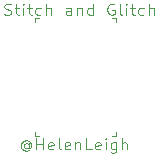
<source format=gbr>
G04 #@! TF.GenerationSoftware,KiCad,Pcbnew,(5.99.0-1023-gd6706c257)*
G04 #@! TF.CreationDate,2020-03-09T12:26:01+01:00*
G04 #@! TF.ProjectId,flex-dip-v2,666c6578-2d64-4697-902d-76322e6b6963,rev?*
G04 #@! TF.SameCoordinates,Original*
G04 #@! TF.FileFunction,Legend,Top*
G04 #@! TF.FilePolarity,Positive*
%FSLAX46Y46*%
G04 Gerber Fmt 4.6, Leading zero omitted, Abs format (unit mm)*
G04 Created by KiCad (PCBNEW (5.99.0-1023-gd6706c257)) date 2020-03-09 12:26:01*
%MOMM*%
%LPD*%
G01*
G04 APERTURE LIST*
%ADD10C,0.101600*%
%ADD11C,0.100000*%
G04 APERTURE END LIST*
D10*
X114971677Y-72993411D02*
X114924058Y-72950554D01*
X114828820Y-72907697D01*
X114733581Y-72907697D01*
X114638343Y-72950554D01*
X114590724Y-72993411D01*
X114543105Y-73079125D01*
X114543105Y-73164840D01*
X114590724Y-73250554D01*
X114638343Y-73293411D01*
X114733581Y-73336268D01*
X114828820Y-73336268D01*
X114924058Y-73293411D01*
X114971677Y-73250554D01*
X114971677Y-72907697D02*
X114971677Y-73250554D01*
X115019296Y-73293411D01*
X115066915Y-73293411D01*
X115162153Y-73250554D01*
X115209772Y-73164840D01*
X115209772Y-72950554D01*
X115114534Y-72821982D01*
X114971677Y-72736268D01*
X114781200Y-72693411D01*
X114590724Y-72736268D01*
X114447867Y-72821982D01*
X114352629Y-72950554D01*
X114305010Y-73121982D01*
X114352629Y-73293411D01*
X114447867Y-73421982D01*
X114590724Y-73507697D01*
X114781200Y-73550554D01*
X114971677Y-73507697D01*
X115114534Y-73421982D01*
X115638343Y-73421982D02*
X115638343Y-72521982D01*
X115638343Y-72950554D02*
X116209772Y-72950554D01*
X116209772Y-73421982D02*
X116209772Y-72521982D01*
X117066915Y-73379125D02*
X116971677Y-73421982D01*
X116781200Y-73421982D01*
X116685962Y-73379125D01*
X116638343Y-73293411D01*
X116638343Y-72950554D01*
X116685962Y-72864840D01*
X116781200Y-72821982D01*
X116971677Y-72821982D01*
X117066915Y-72864840D01*
X117114534Y-72950554D01*
X117114534Y-73036268D01*
X116638343Y-73121982D01*
X117685962Y-73421982D02*
X117590724Y-73379125D01*
X117543105Y-73293411D01*
X117543105Y-72521982D01*
X118447867Y-73379125D02*
X118352629Y-73421982D01*
X118162153Y-73421982D01*
X118066915Y-73379125D01*
X118019296Y-73293411D01*
X118019296Y-72950554D01*
X118066915Y-72864840D01*
X118162153Y-72821982D01*
X118352629Y-72821982D01*
X118447867Y-72864840D01*
X118495486Y-72950554D01*
X118495486Y-73036268D01*
X118019296Y-73121982D01*
X118924058Y-72821982D02*
X118924058Y-73421982D01*
X118924058Y-72907697D02*
X118971677Y-72864840D01*
X119066915Y-72821982D01*
X119209772Y-72821982D01*
X119305010Y-72864840D01*
X119352629Y-72950554D01*
X119352629Y-73421982D01*
X120305010Y-73421982D02*
X119828820Y-73421982D01*
X119828820Y-72521982D01*
X121019296Y-73379125D02*
X120924058Y-73421982D01*
X120733581Y-73421982D01*
X120638343Y-73379125D01*
X120590724Y-73293411D01*
X120590724Y-72950554D01*
X120638343Y-72864840D01*
X120733581Y-72821982D01*
X120924058Y-72821982D01*
X121019296Y-72864840D01*
X121066915Y-72950554D01*
X121066915Y-73036268D01*
X120590724Y-73121982D01*
X121495486Y-73421982D02*
X121495486Y-72821982D01*
X121495486Y-72521982D02*
X121447867Y-72564840D01*
X121495486Y-72607697D01*
X121543105Y-72564840D01*
X121495486Y-72521982D01*
X121495486Y-72607697D01*
X122400248Y-72821982D02*
X122400248Y-73550554D01*
X122352629Y-73636268D01*
X122305010Y-73679125D01*
X122209772Y-73721982D01*
X122066915Y-73721982D01*
X121971677Y-73679125D01*
X122400248Y-73379125D02*
X122305010Y-73421982D01*
X122114534Y-73421982D01*
X122019296Y-73379125D01*
X121971677Y-73336268D01*
X121924058Y-73250554D01*
X121924058Y-72993411D01*
X121971677Y-72907697D01*
X122019296Y-72864840D01*
X122114534Y-72821982D01*
X122305010Y-72821982D01*
X122400248Y-72864840D01*
X122876439Y-73421982D02*
X122876439Y-72521982D01*
X123305010Y-73421982D02*
X123305010Y-72950554D01*
X123257391Y-72864840D01*
X123162153Y-72821982D01*
X123019296Y-72821982D01*
X122924058Y-72864840D01*
X122876439Y-72907697D01*
X112921384Y-61992305D02*
X113066527Y-62035162D01*
X113308432Y-62035162D01*
X113405194Y-61992305D01*
X113453575Y-61949448D01*
X113501956Y-61863734D01*
X113501956Y-61778020D01*
X113453575Y-61692305D01*
X113405194Y-61649448D01*
X113308432Y-61606591D01*
X113114908Y-61563734D01*
X113018146Y-61520877D01*
X112969765Y-61478020D01*
X112921384Y-61392305D01*
X112921384Y-61306591D01*
X112969765Y-61220877D01*
X113018146Y-61178020D01*
X113114908Y-61135162D01*
X113356813Y-61135162D01*
X113501956Y-61178020D01*
X113792241Y-61435162D02*
X114179289Y-61435162D01*
X113937384Y-61135162D02*
X113937384Y-61906591D01*
X113985765Y-61992305D01*
X114082527Y-62035162D01*
X114179289Y-62035162D01*
X114517956Y-62035162D02*
X114517956Y-61435162D01*
X114517956Y-61135162D02*
X114469575Y-61178020D01*
X114517956Y-61220877D01*
X114566337Y-61178020D01*
X114517956Y-61135162D01*
X114517956Y-61220877D01*
X114856622Y-61435162D02*
X115243670Y-61435162D01*
X115001765Y-61135162D02*
X115001765Y-61906591D01*
X115050146Y-61992305D01*
X115146908Y-62035162D01*
X115243670Y-62035162D01*
X116017765Y-61992305D02*
X115921003Y-62035162D01*
X115727480Y-62035162D01*
X115630718Y-61992305D01*
X115582337Y-61949448D01*
X115533956Y-61863734D01*
X115533956Y-61606591D01*
X115582337Y-61520877D01*
X115630718Y-61478020D01*
X115727480Y-61435162D01*
X115921003Y-61435162D01*
X116017765Y-61478020D01*
X116453194Y-62035162D02*
X116453194Y-61135162D01*
X116888622Y-62035162D02*
X116888622Y-61563734D01*
X116840241Y-61478020D01*
X116743480Y-61435162D01*
X116598337Y-61435162D01*
X116501575Y-61478020D01*
X116453194Y-61520877D01*
X118581956Y-62035162D02*
X118581956Y-61563734D01*
X118533575Y-61478020D01*
X118436813Y-61435162D01*
X118243289Y-61435162D01*
X118146527Y-61478020D01*
X118581956Y-61992305D02*
X118485194Y-62035162D01*
X118243289Y-62035162D01*
X118146527Y-61992305D01*
X118098146Y-61906591D01*
X118098146Y-61820877D01*
X118146527Y-61735162D01*
X118243289Y-61692305D01*
X118485194Y-61692305D01*
X118581956Y-61649448D01*
X119065765Y-61435162D02*
X119065765Y-62035162D01*
X119065765Y-61520877D02*
X119114146Y-61478020D01*
X119210908Y-61435162D01*
X119356051Y-61435162D01*
X119452813Y-61478020D01*
X119501194Y-61563734D01*
X119501194Y-62035162D01*
X120420432Y-62035162D02*
X120420432Y-61135162D01*
X120420432Y-61992305D02*
X120323670Y-62035162D01*
X120130146Y-62035162D01*
X120033384Y-61992305D01*
X119985003Y-61949448D01*
X119936622Y-61863734D01*
X119936622Y-61606591D01*
X119985003Y-61520877D01*
X120033384Y-61478020D01*
X120130146Y-61435162D01*
X120323670Y-61435162D01*
X120420432Y-61478020D01*
X122210527Y-61178020D02*
X122113765Y-61135162D01*
X121968622Y-61135162D01*
X121823480Y-61178020D01*
X121726718Y-61263734D01*
X121678337Y-61349448D01*
X121629956Y-61520877D01*
X121629956Y-61649448D01*
X121678337Y-61820877D01*
X121726718Y-61906591D01*
X121823480Y-61992305D01*
X121968622Y-62035162D01*
X122065384Y-62035162D01*
X122210527Y-61992305D01*
X122258908Y-61949448D01*
X122258908Y-61649448D01*
X122065384Y-61649448D01*
X122839480Y-62035162D02*
X122742718Y-61992305D01*
X122694337Y-61906591D01*
X122694337Y-61135162D01*
X123226527Y-62035162D02*
X123226527Y-61435162D01*
X123226527Y-61135162D02*
X123178146Y-61178020D01*
X123226527Y-61220877D01*
X123274908Y-61178020D01*
X123226527Y-61135162D01*
X123226527Y-61220877D01*
X123565194Y-61435162D02*
X123952241Y-61435162D01*
X123710337Y-61135162D02*
X123710337Y-61906591D01*
X123758718Y-61992305D01*
X123855480Y-62035162D01*
X123952241Y-62035162D01*
X124726337Y-61992305D02*
X124629575Y-62035162D01*
X124436051Y-62035162D01*
X124339289Y-61992305D01*
X124290908Y-61949448D01*
X124242527Y-61863734D01*
X124242527Y-61606591D01*
X124290908Y-61520877D01*
X124339289Y-61478020D01*
X124436051Y-61435162D01*
X124629575Y-61435162D01*
X124726337Y-61478020D01*
X125161765Y-62035162D02*
X125161765Y-61135162D01*
X125597194Y-62035162D02*
X125597194Y-61563734D01*
X125548813Y-61478020D01*
X125452051Y-61435162D01*
X125306908Y-61435162D01*
X125210146Y-61478020D01*
X125161765Y-61520877D01*
D11*
X115540740Y-62615240D02*
X115540740Y-62315240D01*
X115540740Y-62315240D02*
X115840740Y-62315240D01*
X122340740Y-62615240D02*
X122340740Y-62315240D01*
X122340740Y-62315240D02*
X122040740Y-62315240D01*
X122340740Y-72015240D02*
X122340740Y-72315240D01*
X122340740Y-72315240D02*
X122040740Y-72315240D01*
X115540740Y-72015240D02*
X115540740Y-72315240D01*
X115540740Y-72315240D02*
X115840740Y-72315240D01*
X115556161Y-62621741D02*
X115556161Y-62321741D01*
X115556161Y-62321741D02*
X115856161Y-62321741D01*
X122356161Y-62621741D02*
X122356161Y-62321741D01*
X122356161Y-62321741D02*
X122056161Y-62321741D01*
X122356161Y-72021741D02*
X122356161Y-72321741D01*
X122356161Y-72321741D02*
X122056161Y-72321741D01*
X115556161Y-72021741D02*
X115556161Y-72321741D01*
X115556161Y-72321741D02*
X115856161Y-72321741D01*
M02*

</source>
